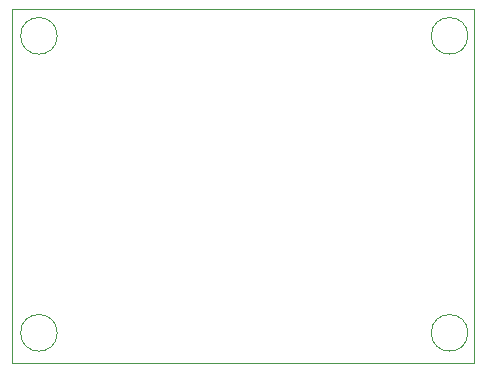
<source format=gbr>
%TF.GenerationSoftware,KiCad,Pcbnew,(5.1.6)-1*%
%TF.CreationDate,2021-03-31T10:32:31-04:00*%
%TF.ProjectId,Turbo-Display-V2,54757262-6f2d-4446-9973-706c61792d56,rev?*%
%TF.SameCoordinates,Original*%
%TF.FileFunction,Profile,NP*%
%FSLAX46Y46*%
G04 Gerber Fmt 4.6, Leading zero omitted, Abs format (unit mm)*
G04 Created by KiCad (PCBNEW (5.1.6)-1) date 2021-03-31 10:32:31*
%MOMM*%
%LPD*%
G01*
G04 APERTURE LIST*
%TA.AperFunction,Profile*%
%ADD10C,0.050000*%
%TD*%
G04 APERTURE END LIST*
D10*
X118618000Y-100584000D02*
G75*
G03*
X118618000Y-100584000I-1550000J0D01*
G01*
X83846000Y-75438000D02*
G75*
G03*
X83846000Y-75438000I-1550000J0D01*
G01*
X80010000Y-73152000D02*
X80518000Y-73152000D01*
X80010000Y-103124000D02*
X80518000Y-103124000D01*
X83846000Y-100584000D02*
G75*
G03*
X83846000Y-100584000I-1550000J0D01*
G01*
X80518000Y-103124000D02*
X82550000Y-103124000D01*
X80518000Y-73152000D02*
X82550000Y-73152000D01*
X118618000Y-75438000D02*
G75*
G03*
X118618000Y-75438000I-1550000J0D01*
G01*
X80010000Y-103124000D02*
X80010000Y-73152000D01*
X119126000Y-73152000D02*
X119126000Y-103124000D01*
X119126000Y-103124000D02*
X82550000Y-103124000D01*
X82550000Y-73152000D02*
X119126000Y-73152000D01*
M02*

</source>
